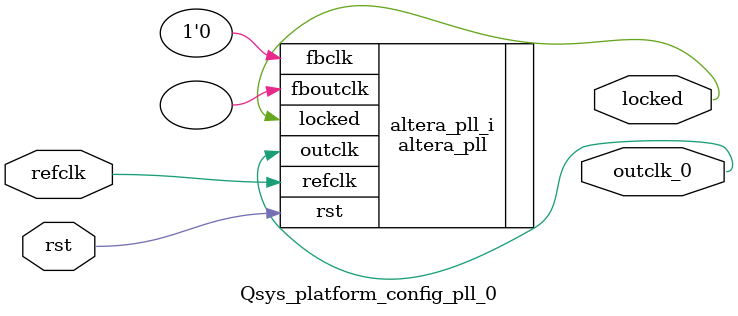
<source format=v>
`timescale 1ns/10ps
module  Qsys_platform_config_pll_0(

	// interface 'refclk'
	input wire refclk,

	// interface 'reset'
	input wire rst,

	// interface 'outclk0'
	output wire outclk_0,

	// interface 'locked'
	output wire locked
);

	altera_pll #(
		.fractional_vco_multiplier("false"),
		.reference_clock_frequency("100.0 MHz"),
		.operation_mode("direct"),
		.number_of_clocks(1),
		.output_clock_frequency0("108.000000 MHz"),
		.phase_shift0("0 ps"),
		.duty_cycle0(50),
		.output_clock_frequency1("0 MHz"),
		.phase_shift1("0 ps"),
		.duty_cycle1(50),
		.output_clock_frequency2("0 MHz"),
		.phase_shift2("0 ps"),
		.duty_cycle2(50),
		.output_clock_frequency3("0 MHz"),
		.phase_shift3("0 ps"),
		.duty_cycle3(50),
		.output_clock_frequency4("0 MHz"),
		.phase_shift4("0 ps"),
		.duty_cycle4(50),
		.output_clock_frequency5("0 MHz"),
		.phase_shift5("0 ps"),
		.duty_cycle5(50),
		.output_clock_frequency6("0 MHz"),
		.phase_shift6("0 ps"),
		.duty_cycle6(50),
		.output_clock_frequency7("0 MHz"),
		.phase_shift7("0 ps"),
		.duty_cycle7(50),
		.output_clock_frequency8("0 MHz"),
		.phase_shift8("0 ps"),
		.duty_cycle8(50),
		.output_clock_frequency9("0 MHz"),
		.phase_shift9("0 ps"),
		.duty_cycle9(50),
		.output_clock_frequency10("0 MHz"),
		.phase_shift10("0 ps"),
		.duty_cycle10(50),
		.output_clock_frequency11("0 MHz"),
		.phase_shift11("0 ps"),
		.duty_cycle11(50),
		.output_clock_frequency12("0 MHz"),
		.phase_shift12("0 ps"),
		.duty_cycle12(50),
		.output_clock_frequency13("0 MHz"),
		.phase_shift13("0 ps"),
		.duty_cycle13(50),
		.output_clock_frequency14("0 MHz"),
		.phase_shift14("0 ps"),
		.duty_cycle14(50),
		.output_clock_frequency15("0 MHz"),
		.phase_shift15("0 ps"),
		.duty_cycle15(50),
		.output_clock_frequency16("0 MHz"),
		.phase_shift16("0 ps"),
		.duty_cycle16(50),
		.output_clock_frequency17("0 MHz"),
		.phase_shift17("0 ps"),
		.duty_cycle17(50),
		.pll_type("General"),
		.pll_subtype("General")
	) altera_pll_i (
		.rst	(rst),
		.outclk	({outclk_0}),
		.locked	(locked),
		.fboutclk	( ),
		.fbclk	(1'b0),
		.refclk	(refclk)
	);
endmodule


</source>
